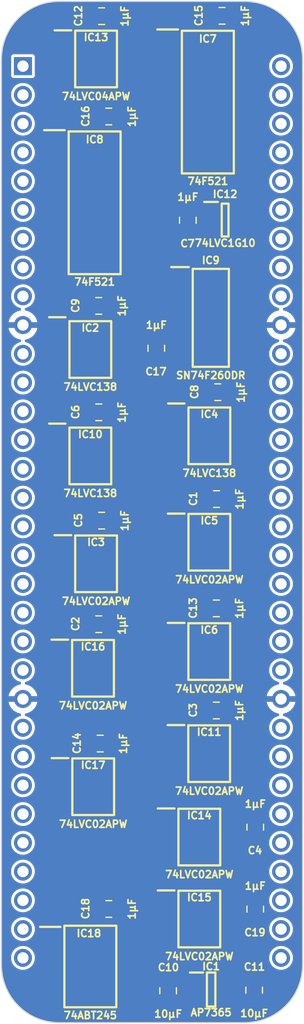
<source format=kicad_pcb>
(kicad_pcb (version 20221018) (generator pcbnew)
  (layers (0 "F.Cu" signal) (31 "B.Cu" signal) (36 "B.SilkS" user "B.Silkscreen") (37 "F.SilkS" user "F.Silkscreen") (38 "B.Mask" user) (39 "F.Mask" user) (44 "Edge.Cuts" user))
  (net 0 "")
  (net 1 "/5V")
  (net 2 "/GND")
  (net 3 "/3.3V")
  (net 6 "/A0")
  (net 7 "/A1")
  (net 8 "/A2")
  (net 9 "/A3")
  (net 10 "/~{A4}")
  (net 11 "/Y7")
  (net 12 "/Y6")
  (net 13 "/Y5")
  (net 14 "/Y4")
  (net 15 "/Y3")
  (net 16 "/Y2")
  (net 17 "/Y1")
  (net 18 "/Y0")
  (net 19 "/~{WD}")
  (net 20 "/~{Y0+W}")
  (net 21 "/~{Y1+W}")
  (net 22 "/~{Y2+W}")
  (net 23 "/~{Y3+W}")
  (net 24 "/~{A3}")
  (net 25 "/Y15")
  (net 26 "/Y14")
  (net 27 "/Y13")
  (net 28 "/Y12")
  (net 29 "/Y11")
  (net 30 "/Y10")
  (net 31 "/Y9")
  (net 32 "/Y8")
  (net 33 "/~{Y4+W}")
  (net 34 "/~{Y5+W}")
  (net 35 "/~{Y6+W}")
  (net 36 "/~{Y7+W}")
  (net 37 "/~{Y8+W}")
  (net 38 "/~{Y9+W}")
  (net 39 "/~{Y10+W}")
  (net 40 "/~{Y11+W}")
  (net 41 "/A9")
  (net 42 "/A10")
  (net 43 "/A11")
  (net 44 "/A12")
  (net 45 "/A13")
  (net 46 "/A14")
  (net 47 "/A15")
  (net 48 "/A16")
  (net 49 "/~{A10...+...A14}")
  (net 51 "/A4")
  (net 52 "/Y23")
  (net 53 "/Y22")
  (net 54 "/Y21")
  (net 55 "/Y20")
  (net 56 "/Y19")
  (net 57 "/Y18")
  (net 58 "/Y17")
  (net 59 "/Y16")
  (net 60 "/~{Y12+W}")
  (net 61 "/~{Y13+W}")
  (net 62 "/~{Y14+W}")
  (net 63 "/~{Y15+W}")
  (net 64 "/~{A15}")
  (net 65 "/~{A16}")
  (net 67 "/~{Y16+W}")
  (net 68 "/~{Y17+W}")
  (net 69 "/~{Y18+W}")
  (net 70 "/~{Y19+W}")
  (net 71 "/~{Y20+W}")
  (net 72 "/~{Y21+W}")
  (net 73 "/~{Y22+W}")
  (net 74 "/~{Y23+W}")
  (net 75 "/~{RD}")
  (net 76 "/~{Y0+R}")
  (net 77 "/~{Y1+R}")
  (net 78 "/~{Y2+R}")
  (net 79 "/~{Y3+R}")
  (net 80 "/~{Y4+R}")
  (net 81 "/~{Y5+R}")
  (net 82 "/~{Y6+R}")
  (net 83 "/~{Y7+R}")
  (net 84 "/H0")
  (net 85 "/H1")
  (net 86 "/H2")
  (net 87 "/~{Device Registers}")
  (net 88 "/~{Device ROM}")
  (net 89 "/~{Device RAM}")
  (net 90 "/~{WD}_{IN}")
  (net 91 "/~{RD}_{IN}")
  (net 92 "/~{Device RAM}_{ OUT}")
  (net 93 "/~{Device Registers}_{ OUT}")
  (net 94 "/~{Device ROM}_{ OUT}")
  (net 98 "/Device ROM")
  (footprint "SamacSys_Parts:C_0805" (layer "F.Cu") (at 106.045 115.316 90)
    (fp_text reference "C3" (at 0.027 -2.075 90) (layer "F.SilkS") (effects (font (size 0.635 0.635))))
    (fp_text value "1μF" (at 0 2.032 90) (layer "F.SilkS") (effects (font (size 0.635 0.635))))
    (pad "1" smd roundrect (at 0 0.934 180) (size 1 1.45) (layers "F.Cu" "F.Paste" "F.Mask") (net 3 "/3.3V"))
    (pad "2" smd roundrect (at 0 -0.966 180) (size 1 1.45) (layers "F.Cu" "F.Paste" "F.Mask") (net 2 "/GND"))
  )
  (footprint "SamacSys_Parts:C_0805" (layer "F.Cu") (at 101.757 140.081)
    (fp_text reference "C10" (at 0.027 -2.075 180) (layer "F.SilkS") (effects (font (size 0.635 0.635))))
    (fp_text value "10µF" (at 0 2.032) (layer "F.SilkS") (effects (font (size 0.635 0.635))))
    (pad "1" smd roundrect (at 0 0.934 90) (size 1 1.45) (layers "F.Cu" "F.Paste" "F.Mask") (net 1 "/5V"))
    (pad "2" smd roundrect (at 0 -0.966 90) (size 1 1.45) (layers "F.Cu" "F.Paste" "F.Mask") (net 2 "/GND"))
  )
  (footprint "SamacSys_Parts:C_0805" (layer "F.Cu") (at 95.758 118.237 90)
    (fp_text reference "C14" (at 0.027 -2.075 90) (layer "F.SilkS") (effects (font (size 0.635 0.635))))
    (fp_text value "1μF" (at 0 2.032 90) (layer "F.SilkS") (effects (font (size 0.635 0.635))))
    (pad "1" smd roundrect (at 0 0.934 180) (size 1 1.45) (layers "F.Cu" "F.Paste" "F.Mask") (net 3 "/3.3V"))
    (pad "2" smd roundrect (at 0 -0.966 180) (size 1 1.45) (layers "F.Cu" "F.Paste" "F.Mask") (net 2 "/GND"))
  )
  (footprint "SamacSys_Parts:SOT95P285X130-5N" (layer "F.Cu") (at 105.567 139.954)
    (fp_text reference "IC1" (at 0 -2.032) (layer "F.SilkS") (effects (font (size 0.635 0.635))))
    (fp_text value "AP7365-33WG-7" hide)
    (fp_text user "${Silkscreen}" (at 0 2.032) (layer "F.SilkS") (effects (font (size 0.635 0.635))))
    (pad "1" smd rect (at -1.3 -0.95 90) (size 0.6 1.15) (layers "F.Cu" "F.Paste" "F.Mask") (net 1 "/5V"))
    (pad "2" smd rect (at -1.3 0 90) (size 0.6 1.15) (layers "F.Cu" "F.Paste" "F.Mask") (net 2 "/GND"))
    (pad "3" smd rect (at -1.3 0.95 90) (size 0.6 1.15) (layers "F.Cu" "F.Paste" "F.Mask") (net 1 "/5V"))
    (pad "4" smd rect (at 1.3 0.95 90) (size 0.6 1.15) (layers "F.Cu" "F.Paste" "F.Mask"))
    (pad "5" smd rect (at 1.3 -0.95 90) (size 0.6 1.15) (layers "F.Cu" "F.Paste" "F.Mask") (net 3 "/3.3V"))
  )
  (footprint "SamacSys_Parts:SOP65P640X110-14N" (layer "F.Cu") (at 95.123 122.047)
    (fp_text reference "IC17" (at 0 -1.905) (layer "F.SilkS") (effects (font (size 0.635 0.635))))
    (fp_text value "74LVC02APW,118" hide)
    (fp_text user "${Silkscreen}" (at 0 3.302) (layer "F.SilkS") (effects (font (size 0.635 0.635))))
    (pad "1" smd rect (at -2.938 -1.95 90) (size 0.45 1.475) (layers "F.Cu" "F.Paste" "F.Mask") (net 14 "/Y4"))
    (pad "2" smd rect (at -2.938 -1.3 90) (size 0.45 1.475) (layers "F.Cu" "F.Paste" "F.Mask") (net 75 "/~{RD}"))
    (pad "3" smd rect (at -2.938 -0.65 90) (size 0.45 1.475) (layers "F.Cu" "F.Paste" "F.Mask") (net 80 "/~{Y4+R}"))
    (pad "4" smd rect (at -2.938 0 90) (size 0.45 1.475) (layers "F.Cu" "F.Paste" "F.Mask") (net 13 "/Y5"))
    (pad "5" smd rect (at -2.938 0.65 90) (size 0.45 1.475) (layers "F.Cu" "F.Paste" "F.Mask") (net 75 "/~{RD}"))
    (pad "6" smd rect (at -2.938 1.3 90) (size 0.45 1.475) (layers "F.Cu" "F.Paste" "F.Mask") (net 81 "/~{Y5+R}"))
    (pad "7" smd rect (at -2.938 1.95 90) (size 0.45 1.475) (layers "F.Cu" "F.Paste" "F.Mask") (net 2 "/GND"))
    (pad "8" smd rect (at 2.938 1.95 90) (size 0.45 1.475) (layers "F.Cu" "F.Paste" "F.Mask") (net 82 "/~{Y6+R}"))
    (pad "9" smd rect (at 2.938 1.3 90) (size 0.45 1.475) (layers "F.Cu" "F.Paste" "F.Mask") (net 12 "/Y6"))
    (pad "10" smd rect (at 2.938 0.65 90) (size 0.45 1.475) (layers "F.Cu" "F.Paste" "F.Mask") (net 75 "/~{RD}"))
    (pad "11" smd rect (at 2.938 0 90) (size 0.45 1.475) (layers "F.Cu" "F.Paste" "F.Mask") (net 83 "/~{Y7+R}"))
    (pad "12" smd rect (at 2.938 -0.65 90) (size 0.45 1.475) (layers "F.Cu" "F.Paste" "F.Mask") (net 11 "/Y7"))
    (pad "13" smd rect (at 2.938 -1.3 90) (size 0.45 1.475) (layers "F.Cu" "F.Paste" "F.Mask") (net 75 "/~{RD}"))
    (pad "14" smd rect (at 2.938 -1.95 90) (size 0.45 1.475) (layers "F.Cu" "F.Paste" "F.Mask") (net 3 "/3.3V"))
  )
  (footprint "SamacSys_Parts:SOP65P640X110-14N" (layer "F.Cu") (at 95.106 111.588)
    (fp_text reference "IC16" (at 0 -1.905) (layer "F.SilkS") (effects (font (size 0.635 0.635))))
    (fp_text value "74LVC02APW,118" hide)
    (fp_text user "${Silkscreen}" (at 0 3.302) (layer "F.SilkS") (effects (font (size 0.635 0.635))))
    (pad "1" smd rect (at -2.938 -1.95 90) (size 0.45 1.475) (layers "F.Cu" "F.Paste" "F.Mask") (net 18 "/Y0"))
    (pad "2" smd rect (at -2.938 -1.3 90) (size 0.45 1.475) (layers "F.Cu" "F.Paste" "F.Mask") (net 75 "/~{RD}"))
    (pad "3" smd rect (at -2.938 -0.65 90) (size 0.45 1.475) (layers "F.Cu" "F.Paste" "F.Mask") (net 76 "/~{Y0+R}"))
    (pad "4" smd rect (at -2.938 0 90) (size 0.45 1.475) (layers "F.Cu" "F.Paste" "F.Mask") (net 17 "/Y1"))
    (pad "5" smd rect (at -2.938 0.65 90) (size 0.45 1.475) (layers "F.Cu" "F.Paste" "F.Mask") (net 75 "/~{RD}"))
    (pad "6" smd rect (at -2.938 1.3 90) (size 0.45 1.475) (layers "F.Cu" "F.Paste" "F.Mask") (net 77 "/~{Y1+R}"))
    (pad "7" smd rect (at -2.938 1.95 90) (size 0.45 1.475) (layers "F.Cu" "F.Paste" "F.Mask") (net 2 "/GND"))
    (pad "8" smd rect (at 2.938 1.95 90) (size 0.45 1.475) (layers "F.Cu" "F.Paste" "F.Mask") (net 78 "/~{Y2+R}"))
    (pad "9" smd rect (at 2.938 1.3 90) (size 0.45 1.475) (layers "F.Cu" "F.Paste" "F.Mask") (net 16 "/Y2"))
    (pad "10" smd rect (at 2.938 0.65 90) (size 0.45 1.475) (layers "F.Cu" "F.Paste" "F.Mask") (net 75 "/~{RD}"))
    (pad "11" smd rect (at 2.938 0 90) (size 0.45 1.475) (layers "F.Cu" "F.Paste" "F.Mask") (net 79 "/~{Y3+R}"))
    (pad "12" smd rect (at 2.938 -0.65 90) (size 0.45 1.475) (layers "F.Cu" "F.Paste" "F.Mask") (net 15 "/Y3"))
    (pad "13" smd rect (at 2.938 -1.3 90) (size 0.45 1.475) (layers "F.Cu" "F.Paste" "F.Mask") (net 75 "/~{RD}"))
    (pad "14" smd rect (at 2.938 -1.95 90) (size 0.45 1.475) (layers "F.Cu" "F.Paste" "F.Mask") (net 3 "/3.3V"))
  )
  (footprint "SamacSys_Parts:DIP-64_Board_W22.86mm" (layer "F.Cu") (at 88.9 58.42)
    (fp_text reference "J1" hide)
    (fp_text value "Conn_02x32_Counter_Clockwise")
    (pad "1" thru_hole rect (at 0 0) (size 1.6 1.6) (drill 1) (layers "*.Cu" "*.Mask") (net 48 "/A16"))
    (pad "2" thru_hole oval (at 0 2.54) (size 1.6 1.6) (drill 1) (layers "*.Cu" "*.Mask") (net 47 "/A15"))
    (pad "3" thru_hole oval (at 0 5.08) (size 1.6 1.6) (drill 1) (layers "*.Cu" "*.Mask") (net 1 "/5V"))
    (pad "4" thru_hole oval (at 0 7.62) (size 1.6 1.6) (drill 1) (layers "*.Cu" "*.Mask") (net 46 "/A14"))
    (pad "5" thru_hole oval (at 0 10.16) (size 1.6 1.6) (drill 1) (layers "*.Cu" "*.Mask") (net 45 "/A13"))
    (pad "6" thru_hole oval (at 0 12.7) (size 1.6 1.6) (drill 1) (layers "*.Cu" "*.Mask") (net 44 "/A12"))
    (pad "7" thru_hole oval (at 0 15.24) (size 1.6 1.6) (drill 1) (layers "*.Cu" "*.Mask") (net 43 "/A11"))
    (pad "8" thru_hole oval (at 0 17.78) (size 1.6 1.6) (drill 1) (layers "*.Cu" "*.Mask") (net 42 "/A10"))
    (pad "9" thru_hole oval (at 0 20.32) (size 1.6 1.6) (drill 1) (layers "*.Cu" "*.Mask") (net 41 "/A9"))
    (pad "10" thru_hole oval (at 0 22.86) (size 1.6 1.6) (drill 1) (layers "*.Cu" "*.Mask") (net 2 "/GND"))
    (pad "11" thru_hole oval (at 0 25.4) (size 1.6 1.6) (drill 1) (layers "*.Cu" "*.Mask") (net 51 "/A4"))
    (pad "12" thru_hole oval (at 0 27.94) (size 1.6 1.6) (drill 1) (layers "*.Cu" "*.Mask") (net 9 "/A3"))
    (pad "13" thru_hole oval (at 0 30.48) (size 1.6 1.6) (drill 1) (layers "*.Cu" "*.Mask") (net 8 "/A2"))
    (pad "14" thru_hole oval (at 0 33.02) (size 1.6 1.6) (drill 1) (layers "*.Cu" "*.Mask") (net 7 "/A1"))
    (pad "15" thru_hole oval (at 0 35.56) (size 1.6 1.6) (drill 1) (layers "*.Cu" "*.Mask") (net 6 "/A0"))
    (pad "16" thru_hole oval (at 0 38.1) (size 1.6 1.6) (drill 1) (layers "*.Cu" "*.Mask"))
    (pad "17" thru_hole oval (at 0 40.64) (size 1.6 1.6) (drill 1) (layers "*.Cu" "*.Mask"))
    (pad "18" thru_hole oval (at 0 43.18) (size 1.6 1.6) (drill 1) (layers "*.Cu" "*.Mask"))
    (pad "19" thru_hole oval (at 0 45.72) (size 1.6 1.6) (drill 1) (layers "*.Cu" "*.Mask"))
    (pad "20" thru_hole oval (at 0 48.26) (size 1.6 1.6) (drill 1) (layers "*.Cu" "*.Mask"))
    (pad "21" thru_hole oval (at 0 50.8) (size 1.6 1.6) (drill 1) (layers "*.Cu" "*.Mask") (net 91 "/~{RD}_{IN}"))
    (pad "22" thru_hole oval (at 0 53.34) (size 1.6 1.6) (drill 1) (layers "*.Cu" "*.Mask") (net 90 "/~{WD}_{IN}"))
    (pad "23" thru_hole oval (at 0 55.88) (size 1.6 1.6) (drill 1) (layers "*.Cu" "*.Mask") (net 2 "/GND"))
    (pad "24" thru_hole oval (at 0 58.42) (size 1.6 1.6) (drill 1) (layers "*.Cu" "*.Mask") (net 76 "/~{Y0+R}"))
    (pad "25" thru_hole oval (at 0 60.96) (size 1.6 1.6) (drill 1) (layers "*.Cu" "*.Mask") (net 77 "/~{Y1+R}"))
    (pad "26" thru_hole oval (at 0 63.5) (size 1.6 1.6) (drill 1) (layers "*.Cu" "*.Mask") (net 78 "/~{Y2+R}"))
    (pad "27" thru_hole oval (at 0 66.04) (size 1.6 1.6) (drill 1) (layers "*.Cu" "*.Mask") (net 79 "/~{Y3+R}"))
    (pad "28" thru_hole oval (at 0 68.58) (size 1.6 1.6) (drill 1) (layers "*.Cu" "*.Mask") (net 80 "/~{Y4+R}"))
    (pad "29" thru_hole oval (at 0 71.12) (size 1.6 1.6) (drill 1) (layers "*.Cu" "*.Mask") (net 81 "/~{Y5+R}"))
    (pad "30" thru_hole oval (at 0 73.66) (size 1.6 1.6) (drill 1) (layers "*.Cu" "*.Mask") (net 82 "/~{Y6+R}"))
    (pad "31" thru_hole oval (at 0 76.2) (size 1.6 1.6) (drill 1) (layers "*.Cu" "*.Mask") (net 83 "/~{Y7+R}"))
    (pad "32" thru_hole oval (at 0 78.74) (size 1.6 1.6) (drill 1) (layers "*.Cu" "*.Mask") (net 93 "/~{Device Registers}_{ OUT}"))
    (pad "33" thru_hole oval (at 22.86 78.74) (size 1.6 1.6) (drill 1) (layers "*.Cu" "*.Mask") (net 94 "/~{Device ROM}_{ OUT}"))
    (pad "34" thru_hole oval (at 22.86 76.2) (size 1.6 1.6) (drill 1) (layers "*.Cu" "*.Mask") (net 92 "/~{Device RAM}_{ OUT}"))
    (pad "35" thru_hole oval (at 22.86 73.66) (size 1.6 1.6) (drill 1) (layers "*.Cu" "*.Mask") (net 1 "/5V"))
    (pad "36" thru_hole oval (at 22.86 71.12) (size 1.6 1.6) (drill 1) (layers "*.Cu" "*.Mask") (net 84 "/H0"))
    (pad "37" thru_hole oval (at 22.86 68.58) (size 1.6 1.6) (drill 1) (layers "*.Cu" "*.Mask") (net 85 "/H1"))
    (pad "38" thru_hole oval (at 22.86 66.04) (size 1.6 1.6) (drill 1) (layers "*.Cu" "*.Mask") (net 86 "/H2"))
    (pad "39" thru_hole oval (at 22.86 63.5) (size 1.6 1.6) (drill 1) (layers "*.Cu" "*.Mask") (net 74 "/~{Y23+W}"))
    (pad "40" thru_hole oval (at 22.86 60.96) (size 1.6 1.6) (drill 1) (layers "*.Cu" "*.Mask") (net 73 "/~{Y22+W}"))
    (pad "41" thru_hole oval (at 22.86 58.42) (size 1.6 1.6) (drill 1) (layers "*.Cu" "*.Mask") (net 72 "/~{Y21+W}"))
    (pad "42" thru_hole oval (at 22.86 55.88) (size 1.6 1.6) (drill 1) (layers "*.Cu" "*.Mask") (net 2 "/GND"))
    (pad "43" thru_hole oval (at 22.86 53.34) (size 1.6 1.6) (drill 1) (layers "*.Cu" "*.Mask") (net 71 "/~{Y20+W}"))
    (pad "44" thru_hole oval (at 22.86 50.8) (size 1.6 1.6) (drill 1) (layers "*.Cu" "*.Mask") (net 70 "/~{Y19+W}"))
    (pad "45" thru_hole oval (at 22.86 48.26) (size 1.6 1.6) (drill 1) (layers "*.Cu" "*.Mask") (net 69 "/~{Y18+W}"))
    (pad "46" thru_hole oval (at 22.86 45.72) (size 1.6 1.6) (drill 1) (layers "*.Cu" "*.Mask") (net 68 "/~{Y17+W}"))
    (pad "47" thru_hole oval (at 22.86 43.18) (size 1.6 1.6) (drill 1) (layers "*.Cu" "*.Mask") (net 67 "/~{Y16+W}"))
    (pad "48" thru_hole oval (at 22.86 40.64) (size 1.6 1.6) (drill 1) (layers "*.Cu" "*.Mask") (net 63 "/~{Y15+W}"))
    (pad "49" thru_hole oval (at 22.86 38.1) (size 1.6 1.6) (drill 1) (layers "*.Cu" "*.Mask") (net 62 "/~{Y14+W}"))
    (pad "50" thru_hole oval (at 22.86 35.56) (size 1.6 1.6) (drill 1) (layers "*.Cu" "*.Mask") (net 61 "/~{Y13+W}"))
    (pad "51" thru_hole oval (at 22.86 33.02) (size 1.6 1.6) (drill 1) (layers "*.Cu" "*.Mask") (net 60 "/~{Y12+W}"))
    (pad "52" thru_hole oval (at 22.86 30.48) (size 1.6 1.6) (drill 1) (layers "*.Cu" "*.Mask") (net 40 "/~{Y11+W}"))
    (pad "53" thru_hole oval (at 22.86 27.94) (size 1.6 1.6) (drill 1) (layers "*.Cu" "*.Mask") (net 39 "/~{Y10+W}"))
    (pad "54" thru_hole oval (at 22.86 25.4) (size 1.6 1.6) (drill 1) (layers "*.Cu" "*.Mask") (net 38 "/~{Y9+W}"))
    (pad "55" thru_hole oval (at 22.86 22.86) (size 1.6 1.6) (drill 1) (layers "*.Cu" "*.Mask") (net 2 "/GND"))
    (pad "56" thru_hole oval (at 22.86 20.32) (size 1.6 1.6) (drill 1) (layers "*.Cu" "*.Mask") (net 37 "/~{Y8+W}"))
    (pad "57" thru_hole oval (at 22.86 17.78) (size 1.6 1.6) (drill 1) (layers "*.Cu" "*.Mask") (net 36 "/~{Y7+W}"))
    (pad "58" thru_hole oval (at 22.86 15.24) (size 1.6 1.6) (drill 1) (layers "*.Cu" "*.Mask") (net 35 "/~{Y6+W}"))
    (pad "59" thru_hole oval (at 22.86 12.7) (size 1.6 1.6) (drill 1) (layers "*.Cu" "*.Mask") (net 34 "/~{Y5+W}"))
    (pad "60" thru_hole oval (at 22.86 10.16) (size 1.6 1.6) (drill 1) (layers "*.Cu" "*.Mask") (net 33 "/~{Y4+W}"))
    (pad "61" thru_hole oval (at 22.86 7.62) (size 1.6 1.6) (drill 1) (layers "*.Cu" "*.Mask") (net 23 "/~{Y3+W}"))
    (pad "62" thru_hole oval (at 22.86 5.08) (size 1.6 1.6) (drill 1) (layers "*.Cu" "*.Mask") (net 22 "/~{Y2+W}"))
    (pad "63" thru_hole oval (at 22.86 2.54) (size 1.6 1.6) (drill 1) (layers "*.Cu" "*.Mask") (net 21 "/~{Y1+W}"))
    (pad "64" thru_hole oval (at 22.86 0) (size 1.6 1.6) (drill 1) (layers "*.Cu" "*.Mask") (net 20 "/~{Y0+W}"))
  )
  (footprint "SamacSys_Parts:SOP65P640X110-14N" (layer "F.Cu") (at 105.393 119.126)
    (fp_text reference "IC11" (at 0 -1.905) (layer "F.SilkS") (effects (font (size 0.635 0.635))))
    (fp_text value "74LVC02APW,118" hide)
    (fp_text user "${Silkscreen}" (at 0 3.302) (layer "F.SilkS") (effects (font (size 0.635 0.635))))
    (pad "1" smd rect (at -2.938 -1.95 90) (size 0.45 1.475) (layers "F.Cu" "F.Paste" "F.Mask") (net 28 "/Y12"))
    (pad "2" smd rect (at -2.938 -1.3 90) (size 0.45 1.475) (layers "F.Cu" "F.Paste" "F.Mask") (net 19 "/~{WD}"))
    (pad "3" smd rect (at -2.938 -0.65 90) (size 0.45 1.475) (layers "F.Cu" "F.Paste" "F.Mask") (net 60 "/~{Y12+W}"))
    (pad "4" smd rect (at -2.938 0 90) (size 0.45 1.475) (layers "F.Cu" "F.Paste" "F.Mask") (net 27 "/Y13"))
    (pad "5" smd rect (at -2.938 0.65 90) (size 0.45 1.475) (layers "F.Cu" "F.Paste" "F.Mask") (net 19 "/~{WD}"))
    (pad "6" smd rect (at -2.938 1.3 90) (size 0.45 1.475) (layers "F.Cu" "F.Paste" "F.Mask") (net 61 "/~{Y13+W}"))
    (pad "7" smd rect (at -2.938 1.95 90) (size 0.45 1.475) (layers "F.Cu" "F.Paste" "F.Mask") (net 2 "/GND"))
    (pad "8" smd rect (at 2.938 1.95 90) (size 0.45 1.475) (layers "F.Cu" "F.Paste" "F.Mask") (net 62 "/~{Y14+W}"))
    (pad "9" smd rect (at 2.938 1.3 90) (size 0.45 1.475) (layers "F.Cu" "F.Paste" "F.Mask") (net 26 "/Y14"))
    (pad "10" smd rect (at 2.938 0.65 90) (size 0.45 1.475) (layers "F.Cu" "F.Paste" "F.Mask") (net 19 "/~{WD}"))
    (pad "11" smd rect (at 2.938 0 90) (size 0.45 1.475) (layers "F.Cu" "F.Paste" "F.Mask") (net 63 "/~{Y15+W}"))
    (pad "12" smd rect (at 2.938 -0.65 90) (size 0.45 1.475) (layers "F.Cu" "F.Paste" "F.Mask") (net 25 "/Y15"))
    (pad "13" smd rect (at 2.938 -1.3 90) (size 0.45 1.475) (layers "F.Cu" "F.Paste" "F.Mask") (net 19 "/~{WD}"))
    (pad "14" smd rect (at 2.938 -1.95 90) (size 0.45 1.475) (layers "F.Cu" "F.Paste" "F.Mask") (net 3 "/3.3V"))
  )
  (footprint "SamacSys_Parts:C_0805" (layer "F.Cu") (at 96.52 132.842 90)
    (fp_text reference "C18" (at 0.027 -2.075 90) (layer "F.SilkS") (effects (font (size 0.635 0.635))))
    (fp_text value "1μF" (at 0 2.032 90) (layer "F.SilkS") (effects (font (size 0.635 0.635))))
    (pad "1" smd roundrect (at 0 0.934 180) (size 1 1.45) (layers "F.Cu" "F.Paste" "F.Mask") (net 1 "/5V"))
    (pad "2" smd roundrect (at 0 -0.966 180) (size 1 1.45) (layers "F.Cu" "F.Paste" "F.Mask") (net 2 "/GND"))
  )
  (footprint "SamacSys_Parts:SOP65P640X110-14N" (layer "F.Cu") (at 95.377 102.362)
    (fp_text reference "IC3" (at 0 -1.905) (layer "F.SilkS") (effects (font (size 0.635 0.635))))
    (fp_text value "74LVC02APW,118" hide)
    (fp_text user "${Silkscreen}" (at 0 3.302) (layer "F.SilkS") (effects (font (size 0.635 0.635))))
    (pad "1" smd rect (at -2.938 -1.95 90) (size 0.45 1.475) (layers "F.Cu" "F.Paste" "F.Mask") (net 18 "/Y0"))
    (pad "2" smd rect (at -2.938 -1.3 90) (size 0.45 1.475) (layers "F.Cu" "F.Paste" "F.Mask") (net 19 "/~{WD}"))
    (pad "3" smd rect (at -2.938 -0.65 90) (size 0.45 1.475) (layers "F.Cu" "F.Paste" "F.Mask") (net 20 "/~{Y0+W}"))
    (pad "4" smd rect (at -2.938 0 90) (size 0.45 1.475) (layers "F.Cu" "F.Paste" "F.Mask") (net 17 "/Y1"))
    (pad "5" smd rect (at -2.938 0.65 90) (size 0.45 1.475) (layers "F.Cu" "F.Paste" "F.Mask") (net 19 "/~{WD}"))
    (pad "6" smd rect (at -2.938 1.3 90) (size 0.45 1.475) (layers "F.Cu" "F.Paste" "F.Mask") (net 21 "/~{Y1+W}"))
    (pad "7" smd rect (at -2.938 1.95 90) (size 0.45 1.475) (layers "F.Cu" "F.Paste" "F.Mask") (net 2 "/GND"))
    (pad "8" smd rect (at 2.938 1.95 90) (size 0.45 1.475) (layers "F.Cu" "F.Paste" "F.Mask") (net 22 "/~{Y2+W}"))
    (pad "9" smd rect (at 2.938 1.3 90) (size 0.45 1.475) (layers "F.Cu" "F.Paste" "F.Mask") (net 16 "/Y2"))
    (pad "10" smd rect (at 2.938 0.65 90) (size 0.45 1.475) (layers "F.Cu" "F.Paste" "F.Mask") (net 19 "/~{WD}"))
    (pad "11" smd rect (at 2.938 0 90) (size 0.45 1.475) (layers "F.Cu" "F.Paste" "F.Mask") (net 23 "/~{Y3+W}"))
    (pad "12" smd rect (at 2.938 -0.65 90) (size 0.45 1.475) (layers "F.Cu" "F.Paste" "F.Mask") (net 15 "/Y3"))
    (pad "13" smd rect (at 2.938 -1.3 90) (size 0.45 1.475) (layers "F.Cu" "F.Paste" "F.Mask") (net 19 "/~{WD}"))
    (pad "14" smd rect (at 2.938 -1.95 90) (size 0.45 1.475) (layers "F.Cu" "F.Paste" "F.Mask") (net 3 "/3.3V"))
  )
  (footprint "SamacSys_Parts:C_0805" (layer "F.Cu") (at 95.631 88.986 90)
    (fp_text reference "C6" (at 0.027 -2.075 90) (layer "F.SilkS") (effects (font (size 0.635 0.635))))
    (fp_text value "1μF" (at 0 2.032 90) (layer "F.SilkS") (effects (font (size 0.635 0.635))))
    (pad "1" smd roundrect (at 0 0.934 180) (size 1 1.45) (layers "F.Cu" "F.Paste" "F.Mask") (net 3 "/3.3V"))
    (pad "2" smd roundrect (at 0 -0.966 180) (size 1 1.45) (layers "F.Cu" "F.Paste" "F.Mask") (net 2 "/GND"))
  )
  (footprint "SamacSys_Parts:SOT95P280X145-6N" (layer "F.Cu") (at 106.807 72.009)
    (fp_text reference "IC12" (at 0 -2.286) (layer "F.SilkS") (effects (font (size 0.635 0.635))))
    (fp_text value "SN74LVC1G10DBVR" hide)
    (fp_text user "${Silkscreen}" (at 0 2.032) (layer "F.SilkS") (effects (font (size 0.635 0.635))))
    (pad "1" smd rect (at -1.25 -0.95 90) (size 0.6 1.2) (layers "F.Cu" "F.Paste" "F.Mask") (net 64 "/~{A15}"))
    (pad "2" smd rect (at -1.25 0 90) (size 0.6 1.2) (layers "F.Cu" "F.Paste" "F.Mask") (net 2 "/GND"))
    (pad "3" smd rect (at -1.25 0.95 90) (size 0.6 1.2) (layers "F.Cu" "F.Paste" "F.Mask") (net 65 "/~{A16}"))
    (pad "4" smd rect (at 1.25 0.95 90) (size 0.6 1.2) (layers "F.Cu" "F.Paste" "F.Mask") (net 89 "/~{Device RAM}"))
    (pad "5" smd rect (at 1.25 0 90) (size 0.6 1.2) (layers "F.Cu" "F.Paste" "F.Mask") (net 3 "/3.3V"))
    (pad "6" smd rect (at 1.25 -0.95 90) (size 0.6 1.2) (layers "F.Cu" "F.Paste" "F.Mask") (net 49 "/~{A10...+...A14}"))
  )
  (footprint "SamacSys_Parts:SOP65P640X110-14N" (layer "F.Cu") (at 104.521 133.731)
    (fp_text reference "IC15" (at 0 -1.905) (layer "F.SilkS") (effects (font (size 0.635 0.635))))
    (fp_text value "74LVC02APW,118" hide)
    (fp_text user "${Silkscreen}" (at 0 3.302) (layer "F.SilkS") (effects (font (size 0.635 0.635))))
    (pad "1" smd rect (at -2.938 -1.95 90) (size 0.45 1.475) (layers "F.Cu" "F.Paste" "F.Mask") (net 55 "/Y20"))
    (pad "2" smd rect (at -2.938 -1.3 90) (size 0.45 1.475) (layers "F.Cu" "F.Paste" "F.Mask") (net 19 "/~{WD}"))
    (pad "3" smd rect (at -2.938 -0.65 90) (size 0.45 1.475) (layers "F.Cu" "F.Paste" "F.Mask") (net 71 "/~{Y20+W}"))
    (pad "4" smd rect (at -2.938 0 90) (size 0.45 1.475) (layers "F.Cu" "F.Paste" "F.Mask") (net 54 "/Y21"))
    (pad "5" smd rect (at -2.938 0.65 90) (size 0.45 1.475) (layers "F.Cu" "F.Paste" "F.Mask") (net 19 "/~{WD}"))
    (pad "6" smd rect (at -2.938 1.3 90) (size 0.45 1.475) (layers "F.Cu" "F.Paste" "F.Mask") (net 72 "/~{Y21+W}"))
    (pad "7" smd rect (at -2.938 1.95 90) (size 0.45 1.475) (layers "F.Cu" "F.Paste" "F.Mask") (net 2 "/GND"))
    (pad "8" smd rect (at 2.938 1.95 90) (size 0.45 1.475) (layers "F.Cu" "F.Paste" "F.Mask") (net 73 "/~{Y22+W}"))
    (pad "9" smd rect (at 2.938 1.3 90) (size 0.45 1.475) (layers "F.Cu" "F.Paste" "F.Mask") (net 53 "/Y22"))
    (pad "10" smd rect (at 2.938 0.65 90) (size 0.45 1.475) (layers "F.Cu" "F.Paste" "F.Mask") (net 19 "/~{WD}"))
    (pad "11" smd rect (at 2.938 0 90) (size 0.45 1.475) (layers "F.Cu" "F.Paste" "F.Mask") (net 74 "/~{Y23+W}"))
    (pad "12" smd rect (at 2.938 -0.65 90) (size 0.45 1.475) (layers "F.Cu" "F.Paste" "F.Mask") (net 52 "/Y23"))
    (pad "13" smd rect (at 2.938 -1.3 90) (size 0.45 1.475) (layers "F.Cu" "F.Paste" "F.Mask") (net 19 "/~{WD}"))
    (pad "14" smd rect (at 2.938 -1.95 90) (size 0.45 1.475) (layers "F.Cu" "F.Paste" "F.Mask") (net 3 "/3.3V"))
  )
  (footprint "SamacSys_Parts:SOP65P640X110-16N" (layer "F.Cu") (at 94.869 83.439)
    (fp_text reference "IC2" (at 0 -1.905) (layer "F.SilkS") (effects (font (size 0.635 0.635))))
    (fp_text value "74LVC138APW-Q100J" hide)
    (fp_text user "${Silkscreen}" (at 0 3.302) (layer "F.SilkS") (effects (font (size 0.635 0.635))))
    (pad "1" smd rect (at -2.925 -2.275 90) (size 0.45 1.45) (layers "F.Cu" "F.Paste" "F.Mask") (net 6 "/A0"))
    (pad "2" smd rect (at -2.925 -1.625 90) (size 0.45 1.45) (layers "F.Cu" "F.Paste" "F.Mask") (net 7 "/A1"))
    (pad "3" smd rect (at -2.925 -0.975 90) (size 0.45 1.45) (layers "F.Cu" "F.Paste" "F.Mask") (net 8 "/A2"))
    (pad "4" smd rect (at -2.925 -0.325 90) (size 0.45 1.45) (layers "F.Cu" "F.Paste" "F.Mask") (net 87 "/~{Device Registers}"))
    (pad "5" smd rect (at -2.925 0.325 90) (size 0.45 1.45) (layers "F.Cu" "F.Paste" "F.Mask") (net 9 "/A3"))
    (pad "6" smd rect (at -2.925 0.975 90) (size 0.45 1.45) (layers "F.Cu" "F.Paste" "F.Mask") (net 10 "/~{A4}"))
    (pad "7" smd rect (at -2.925 1.625 90) (size 0.45 1.45) (layers "F.Cu" "F.Paste" "F.Mask") (net 11 "/Y7"))
    (pad "8" smd rect (at -2.925 2.275 90) (size 0.45 1.45) (layers "F.Cu" "F.Paste" "F.Mask") (net 2 "/GND"))
    (pad "9" smd rect (at 2.925 2.275 90) (size 0.45 1.45) (layers "F.Cu" "F.Paste" "F.Mask") (net 12 "/Y6"))
    (pad "10" smd rect (at 2.925 1.625 90) (size 0.45 1.45) (layers "F.Cu" "F.Paste" "F.Mask") (net 13 "/Y5"))
    (pad "11" smd rect (at 2.925 0.975 90) (size 0.45 1.45) (layers "F.Cu" "F.Paste" "F.Mask") (net 14 "/Y4"))
    (pad "12" smd rect (at 2.925 0.325 90) (size 0.45 1.45) (layers "F.Cu" "F.Paste" "F.Mask") (net 15 "/Y3"))
    (pad "13" smd rect (at 2.925 -0.325 90) (size 0.45 1.45) (layers "F.Cu" "F.Paste" "F.Mask") (net 16 "/Y2"))
    (pad "14" smd rect (at 2.925 -0.975 90) (size 0.45 1.45) (layers "F.Cu" "F.Paste" "F.Mask") (net 17 "/Y1"))
    (pad "15" smd rect (at 2.925 -1.625 90) (size 0.45 1.45) (layers "F.Cu" "F.Paste" "F.Mask") (net 18 "/Y0"))
    (pad "16" smd rect (at 2.925 -2.275 90) (size 0.45 1.45) (layers "F.Cu" "F.Paste" "F.Mask") (net 3 "/3.3V"))
  )
  (footprint "SamacSys_Parts:C_0805" (layer "F.Cu") (at 95.885 98.552 90)
    (fp_text reference "C5" (at 0.027 -2.075 90) (layer "F.SilkS") (effects (font (size 0.635 0.635))))
    (fp_text value "1μF" (at 0 2.032 90) (layer "F.SilkS") (effects (font (size 0.635 0.635))))
    (pad "1" smd roundrect (at 0 0.934 180) (size 1 1.45) (layers "F.Cu" "F.Paste" "F.Mask") (net 3 "/3.3V"))
    (pad "2" smd roundrect (at 0 -0.966 180) (size 1 1.45) (layers "F.Cu" "F.Paste" "F.Mask") (net 2 "/GND"))
  )
  (footprint "SamacSys_Parts:C_0805" (layer "F.Cu") (at 95.631 107.696 90)
    (fp_text reference "C2" (at 0.027 -2.075 90) (layer "F.SilkS") (effects (font (size 0.635 0.635))))
    (fp_text value "1μF" (at 0 2.032 90) (layer "F.SilkS") (effects (font (size 0.635 0.635))))
    (pad "1" smd roundrect (at 0 0.934 180) (size 1 1.45) (layers "F.Cu" "F.Paste" "F.Mask") (net 3 "/3.3V"))
    (pad "2" smd roundrect (at 0 -0.966 180) (size 1 1.45) (layers "F.Cu" "F.Paste" "F.Mask") (net 2 "/GND"))
  )
  (footprint "SamacSys_Parts:C_0805" (layer "F.Cu") (at 100.711 83.312 180)
    (fp_text reference "C17" (at 0.027 -2.075) (layer "F.SilkS") (effects (font (size 0.635 0.635))))
    (fp_text value "1μF" (at 0 2.032) (layer "F.SilkS") (effects (font (size 0.635 0.635))))
    (pad "1" smd roundrect (at 0 0.934 270) (size 1 1.45) (layers "F.Cu" "F.Paste" "F.Mask") (net 1 "/5V"))
    (pad "2" smd roundrect (at 0 -0.966 270) (size 1 1.45) (layers "F.Cu" "F.Paste" "F.Mask") (net 2 "/GND"))
  )
  (footprint "SamacSys_Parts:SOP65P640X110-16N" (layer "F.Cu") (at 105.41 91.059)
    (fp_text reference "IC4" (at 0 -1.905) (layer "F.SilkS") (effects (font (size 0.635 0.635))))
    (fp_text value "74LVC138APW-Q100J" hide)
    (fp_text user "${Silkscreen}" (at 0 3.302) (layer "F.SilkS") (effects (font (size 0.635 0.635))))
    (pad "1" smd rect (at -2.925 -2.275 90) (size 0.45 1.45) (layers "F.Cu" "F.Paste" "F.Mask") (net 6 "/A0"))
    (pad "2" smd rect (at -2.925 -1.625 90) (size 0.45 1.45) (layers "F.Cu" "F.Paste" "F.Mask") (net 7 "/A1"))
    (pad "3" smd rect (at -2.925 -0.975 90) (size 0.45 1.45) (layers "F.Cu" "F.Paste" "F.Mask") (net 8 "/A2"))
    (pad "4" smd rect (at -2.925 -0.325 90) (size 0.45 1.45) (layers "F.Cu" "F.Paste" "F.Mask") (net 87 "/~{Device Registers}"))
    (pad "5" smd rect (at -2.925 0.325 90) (size 0.45 1.45) (layers "F.Cu" "F.Paste" "F.Mask") (net 24 "/~{A3}"))
    (pad "6" smd rect (at -2.925 0.975 90) (size 0.45 1.45) (layers "F.Cu" "F.Paste" "F.Mask") (net 10 "/~{A4}"))
    (pad "7" smd rect (at -2.925 1.625 90) (size 0.45 1.45) (layers "F.Cu" "F.Paste" "F.Mask") (net 25 "/Y15"))
    (pad "8" smd rect (at -2.925 2.275 90) (size 0.45 1.45) (layers "F.Cu" "F.Paste" "F.Mask") (net 2 "/GND"))
    (pad "9" smd rect (at 2.925 2.275 90) (size 0.45 1.45) (layers "F.Cu" "F.Paste" "F.Mask") (net 26 "/Y14"))
    (pad "10" smd rect (at 2.925 1.625 90) (size 0.45 1.45) (layers "F.Cu" "F.Paste" "F.Mask") (net 27 "/Y13"))
    (pad "11" smd rect (at 2.925 0.975 90) (size 0.45 1.45) (layers "F.Cu" "F.Paste" "F.Mask") (net 28 "/Y12"))
    (pad "12" smd rect (at 2.925 0.325 90) (size 0.45 1.45) (layers "F.Cu" "F.Paste" "F.Mask") (net 29 "/Y11"))
    (pad "13" smd rect (at 2.925 -0.325 90) (size 0.45 1.45) (layers "F.Cu" "F.Paste" "F.Mask") (net 30 "/Y10"))
    (pad "14" smd rect (at 2.925 -0.975 90) (size 0.45 1.45) (layers "F.Cu" "F.Paste" "F.Mask") (net 31 "/Y9"))
    (pad "15" smd rect (at 2.925 -1.625 90) (size 0.45 1.45) (layers "F.Cu" "F.Paste" "F.Mask") (net 32 "/Y8"))
    (pad "16" smd rect (at 2.925 -2.275 90) (size 0.45 1.45) (layers "F.Cu" "F.Paste" "F.Mask") (net 3 "/3.3V"))
  )
  (footprint "NetTie:NetTie-2_SMD_Pad0.5mm" (layer "F.Cu") (at 92.837 129.334)
    (fp_text reference "NT1" hide)
    (fp_text value "NetTie_2" hide)
    (fp_poly (pts (xy -0.5 -0.25) (xy 0.5 -0.25) (xy 0.5 0.25) (xy -0.5 0.25)) (fill solid) (layer "F.Cu"))
    (pad "1" smd circle (at -0.5 0) (size 0.5 0.5) (layers "F.Cu") (net 3 "/3.3V"))
    (pad "2" smd circle (at 0.5 0) (size 0.5 0.5) (layers "F.Cu") (net 84 "/H0"))
  )
  (footprint "SamacSys_Parts:SOIC127P600X175-14N" (layer "F.Cu") (at 105.537 80.645)
    (fp_text reference "IC9" (at 0 -5.08) (layer "F.SilkS") (effects (font (size 0.635 0.635))))
    (fp_text value "SN74F260DR" (at 0 5.08) (layer "F.SilkS") (effects (font (size 0.635 0.635))))
    (pad "1" smd rect (at -2.725 -3.81 90) (size 0.65 1.55) (layers "F.Cu" "F.Paste" "F.Mask") (net 42 "/A10"))
    (pad "2" smd rect (at -2.725 -2.54 90) (size 0.65 1.55) (layers "F.Cu" "F.Paste" "F.Mask") (net 43 "/A11"))
    (pad "3" smd rect (at -2.725 -1.27 90) (size 0.65 1.55) (layers "F.Cu" "F.Paste" "F.Mask") (net 44 "/A12"))
    (pad "4" smd rect (at -2.725 0 90) (size 0.65 1.55) (layers "F.Cu" "F.Paste" "F.Mask") (net 2 "/GND"))
    (pad "5" smd rect (at -2.725 1.27 90) (size 0.65 1.55) (layers "F.Cu" "F.Paste" "F.Mask") (net 49 "/~{A10...+...A14}"))
    (pad "6" smd rect (at -2.725 2.54 90) (size 0.65 1.55) (layers "F.Cu" "F.Paste" "F.Mask"))
    (pad "7" smd rect (at -2.725 3.81 90) (size 0.65 1.55) (layers "F.Cu" "F.Paste" "F.Mask") (net 2 "/GND"))
    (pad "8" smd rect (at 2.725 3.81 90) (size 0.65 1.55) (layers "F.Cu" "F.Paste" "F.Mask") (net 2 "/GND"))
    (pad "9" smd rect (at 2.725 2.54 90) (size 0.65 1.55) (layers "F.Cu" "F.Paste" "F.Mask") (net 2 "/GND"))
    (pad "10" smd rect (at 2.725 1.27 90) (size 0.65 1.55) (layers "F.Cu" "F.Paste" "F.Mask") (net 2 "/GND"))
    (pad "11" smd rect (at 2.725 0 90) (size 0.65 1.55) (layers "F.Cu" "F.Paste" "F.Mask") (net 2 "/GND"))
    (pad "12" smd rect (at 2.725 -1.27 90) (size 0.65 1.55) (layers "F.Cu" "F.Paste" "F.Mask") (net 45 "/A13"))
    (pad "13" smd rect (at 2.725 -2.54 90) (size 0.65 1.55) (layers "F.Cu" "F.Paste" "F.Mask") (net 46 "/A14"))
    (pad "14" smd rect (at 2.725 -3.81 90) (size 0.65 1.55) (layers "F.Cu" "F.Paste" "F.Mask") (net 1 "/5V"))
  )
  (footprint "SamacSys_Parts:C_0805" (layer "F.Cu") (at 109.377 140.031)
    (fp_text reference "C11" (at 0.027 -2.075 180) (layer "F.SilkS") (effects (font (size 0.635 0.635))))
    (fp_text value "10µF" (at 0 2.032) (layer "F.SilkS") (effects (font (size 0.635 0.635))))
    (pad "1" smd roundrect (at 0 0.934 90) (size 1 1.45) (layers "F.Cu" "F.Paste" "F.Mask") (net 3 "/3.3V"))
    (pad "2" smd roundrect (at 0 -0.966 90) (size 1 1.45) (layers "F.Cu" "F.Paste" "F.Mask") (net 2 "/GND"))
  )
  (footprint "SamacSys_Parts:C_0805" (layer "F.Cu") (at 106.045 106.299 90)
    (fp_text reference "C13" (at 0.027 -2.075 90) (layer "F.SilkS") (effects (font (size 0.635 0.635))))
    (fp_text value "1μF" (at 0 2.032 90) (layer "F.SilkS") (effects (font (size 0.635 0.635))))
    (pad "1" smd roundrect (at 0 0.934 180) (size 1 1.45) (layers "F.Cu" "F.Paste" "F.Mask") (net 3 "/3.3V"))
    (pad "2" smd roundrect (at 0 -0.966 180) (size 1 1.45) (layers "F.Cu" "F.Paste" "F.Mask") (net 2 "/GND"))
  )
  (footprint "SamacSys_Parts:SOIC127P780X200-20N" (layer "F.Cu") (at 95.25 70.485)
    (fp_text reference "IC8" (at 0 -5.588) (layer "F.SilkS") (effects (font (size 0.635 0.635))))
    (fp_text value "SN74F521NSR" hide)
    (fp_text user "${Silkscreen}" (at 0 6.985) (layer "F.SilkS") (effects (font (size 0.635 0.635))))
    (pad "1" smd rect (at -3.562 -5.715 90) (size 0.65 1.55) (layers "F.Cu" "F.Paste" "F.Mask") (net 2 "/GND"))
    (pad "2" smd rect (at -3.562 -4.445 90) (size 0.65 1.55) (layers "F.Cu" "F.Paste" "F.Mask") (net 2 "/GND"))
    (pad "3" smd rect (at -3.562 -3.175 90) (size 0.65 1.55) (layers "F.Cu" "F.Paste" "F.Mask") (net 41 "/A9"))
    (pad "4" smd rect (at -3.562 -1.905 90) (size 0.65 1.55) (layers "F.Cu" "F.Paste" "F.Mask") (net 2 "/GND"))
    (pad "5" smd rect (at -3.562 -0.635 90) (size 0.65 1.55) (layers "F.Cu" "F.Paste" "F.Mask") (net 42 "/A10"))
    (pad "6" smd rect (at -3.562 0.635 90) (size 0.65 1.55) (layers "F.Cu" "F.Paste" "F.Mask") (net 2 "/GND"))
    (pad "7" smd rect (at -3.562 1.905 90) (size 0.65 1.55) (layers "F.Cu" "F.Paste" "F.Mask") (net 43 "/A11"))
    (pad "8" smd rect (at -3.562 3.175 90) (size 0.65 1.55) (layers "F.Cu" "F.Paste" "F.Mask") (net 2 "/GND"))
    (pad "9" smd rect (at -3.562 4.445 90) (size 0.65 1.55) (layers "F.Cu" "F.Paste" "F.Mask") (net 44 "/A12"))
    (pad "10" smd rect (at -3.562 5.715 90) (size 0.65 1.55) (layers "F.Cu" "F.Paste" "F.Mask") (net 2 "/GND"))
    (pad "11" smd rect (at 3.562 5.715 90) (size 0.65 1.55) (layers "F.Cu" "F.Paste" "F.Mask") (net 2 "/GND"))
    (pad "12" smd rect (at 3.562 4.445 90) (size 0.65 1.55) (layers "F.Cu" "F.Paste" "F.Mask") (net 45 "/A13"))
    (pad "13" smd rect (at 3.562 3.175 90) (size 0.65 1.55) (layers "F.Cu" "F.Paste" "F.Mask") (net 2 "/GND"))
    (pad "14" smd rect (at 3.562 1.905 90) (size 0.65 1.55) (layers "F.Cu" "F.Paste" "F.Mask") (net 46 "/A14"))
    (pad "15" smd rect (at 3.562 0.635 90) (size 0.65 1.55) (layers "F.Cu" "F.Paste" "F.Mask") (net 2 "/GND"))
    (pad "16" smd rect (at 3.562 -0.635 90) (size 0.65 1.55) (layers "F.Cu" "F.Paste" "F.Mask") (net 47 "/A15"))
    (pad "17" smd rect (at 3.562 -1.905 90) (size 0.65 1.55) (layers "F.Cu" "F.Paste" "F.Mask") (net 2 "/GND"))
    (pad "18" smd rect (at 3.562 -3.175 90) (size 0.65 1.55) (layers "F.Cu" "F.Paste" "F.Mask") (net 48 "/A16"))
    (pad "19" smd rect (at 3.562 -4.445 90) (size 0.65 1.55) (layers "F.Cu" "F.Paste" "F.Mask") (net 88 "/~{Device ROM}"))
    (pad "20" smd rect (at 3.562 -5.715 90) (size 0.65 1.55) (layers "F.Cu" "F.Paste" "F.Mask") (net 1 "/5V"))
  )
  (footprint "SamacSys_Parts:SOP65P640X110-14N" (layer "F.Cu") (at 95.377 57.785)
    (fp_text reference "IC13" (at 0 -1.905) (layer "F.SilkS") (effects (font (size 0.635 0.635))))
    (fp_text value "74LVC04APW,118" hide)
    (fp_text user "${Silkscreen}" (at 0 3.302) (layer "F.SilkS") (effects (font (size 0.635 0.635))))
    (pad "1" smd rect (at -2.938 -1.95 90) (size 0.45 1.475) (layers "F.Cu" "F.Paste" "F.Mask") (net 9 "/A3"))
    (pad "2" smd rect (at -2.938 -1.3 90) (size 0.45 1.475) (layers "F.Cu" "F.Paste" "F.Mask") (net 24 "/~{A3}"))
    (pad "3" smd rect (at -2.938 -0.65 90) (size 0.45 1.475) (layers "F.Cu" "F.Paste" "F.Mask") (net 51 "/A4"))
    (pad "4" smd rect (at -2.938 0 90) (size 0.45 1.475) (layers "F.Cu" "F.Paste" "F.Mask") (net 10 "/~{A4}"))
    (pad "5" smd rect (at -2.938 0.65 90) (size 0.45 1.475) (layers "F.Cu" "F.Paste" "F.Mask") (net 2 "/GND"))
    (pad "6" smd rect (at -2.938 1.3 90) (size 0.45 1.475) (layers "F.Cu" "F.Paste" "F.Mask"))
    (pad "7" smd rect (at -2.938 1.95 90) (size 0.45 1.475) (layers "F.Cu" "F.Paste" "F.Mask") (net 2 "/GND"))
    (pad "8" smd rect (at 2.938 1.95 90) (size 0.45 1.475) (layers "F.Cu" "F.Paste" "F.Mask") (net 98 "/Device ROM"))
    (pad "9" smd rect (at 2.938 1.3 90) (size 0.45 1.475) (layers "F.Cu" "F.Paste" "F.Mask") (net 88 "/~{Device ROM}"))
    (pad "10" smd rect (at 2.938 0.65 90) (size 0.45 1.475) (layers "F.Cu" "F.Paste" "F.Mask") (net 64 "/~{A15}"))
    (pad "11" smd rect (at 2.938 0 90) (size 0.45 1.475) (layers "F.Cu" "F.Paste" "F.Mask") (net 47 "/A15"))
    (pad "12" smd rect (at 2.938 -0.65 90) (size 0.45 1.475) (layers "F.Cu" "F.Paste" "F.Mask") (net 65 "/~{A16}"))
    (pad "13" smd rect (at 2.938 -1.3 90) (size 0.45 1.475) (layers "F.Cu" "F.Paste" "F.Mask") (net 48 "/A16"))
    (pad "14" smd rect (at 2.938 -1.95 90) (size 0.45 1.475) (layers "F.Cu" "F.Paste" "F.Mask") (net 3 "/3.3V"))
  )
  (footprint "SamacSys_Parts:SOP65P640X110-14N" (layer "F.Cu") (at 105.403 110.109)
    (fp_text reference "IC6" (at 0 -1.905) (layer "F.SilkS") (effects (font (size 0.635 0.635))))
    (fp_text value "74LVC02APW,118" hide)
    (fp_text user "${Silkscreen}" (at 0 3.302) (layer "F.SilkS") (effects (font (size 0.635 0.635))))
    (pad "1" smd rect (at -2.938 -1.95 90) (size 0.45 1.475) (layers "F.Cu" "F.Paste" "F.Mask") (net 32 "/Y8"))
    (pad "2" smd rect (at -2.938 -1.3 90) (size 0.45 1.475) (layers "F.Cu" "F.Paste" "F.Mask") (net 19 "/~{WD}"))
    (pad "3" smd rect (at -2.938 -0.65 90) (size 0.45 1.475) (layers "F.Cu" "F.Paste" "F.Mask") (net 37 "/~{Y8+W}"))
    (pad "4" smd rect (at -2.938 0 90) (size 0.45 1.475) (layers "F.Cu" "F.Paste" "F.Mask") (net 31 "/Y9"))
    (pad "5" smd rect (at -2.938 0.65 90) (size 0.45 1.475) (layers "F.Cu" "F.Paste" "F.Mask") (net 19 "/~{WD}"))
    (pad "6" smd rect (at -2.938 1.3 90) (size 0.45 1.475) (layers "F.Cu" "F.Paste" "F.Mask") (net 38 "/~{Y9+W}"))
    (pad "7" smd rect (at -2.938 1.95 90) (size 0.45 1.475) (layers "F.Cu" "F.Paste" "F.Mask") (net 2 "/GND"))
    (pad "8" smd rect (at 2.938 1.95 90) (size 0.45 1.475) (layers "F.Cu" "F.Paste" "F.Mask") (net 39 "/~{Y10+W}"))
    (pad "9" smd rect (at 2.938 1.3 90) (size 0.45 1.475) (layers "F.Cu" "F.Paste" "F.Mask") (net 30 "/Y10"))
    (pad "10" smd rect (at 2.938 0.65 90) (size 0.45 1.475) (layers "F.Cu" "F.Paste" "F.Mask") (net 19 "/~{WD}"))
    (pad "11" smd rect (at 2.938 0 90) (size 0.45 1.475) (layers "F.Cu" "F.Paste" "F.Mask") (net 40 "/~{Y11+W}"))
    (pad "12" smd rect (at 2.938 -0.65 90) (size 0.45 1.475) (layers "F.Cu" "F.Paste" "F.Mask") (net 29 "/Y11"))
    (pad "13" smd rect (at 2.938 -1.3 90) (size 0.45 1.475) (layers "F.Cu" "F.Paste" "F.Mask") (net 19 "/~{WD}"))
    (pad "14" smd rect (at 2.938 -1.95 90) (size 0.45 1.475) (layers "F.Cu" "F.Paste" "F.Mask") (net 3 "/3.3V"))
  )
  (footprint "SamacSys_Parts:C_0805" (layer "F.Cu") (at 109.474 125.603 180)
    (fp_text reference "C4" (at 0.027 -2.075) (layer "F.SilkS") (effects (font (size 0.635 0.635))))
    (fp_text value "1μF" (at 0 2.032) (layer "F.SilkS") (effects (font (size 0.635 0.635))))
    (pad "1" smd roundrect (at 0 0.934 270) (size 1 1.45) (layers "F.Cu" "F.Paste" "F.Mask") (net 3 "/3.3V"))
    (pad "2" smd roundrect (at 0 -0.966 270) (size 1 1.45) (layers "F.Cu" "F.Paste" "F.Mask") (net 2 "/GND"))
  )
  (footprint "SamacSys_Parts:C_0805" (layer "F.Cu") (at 96.52 62.865 90)
    (fp_text reference "C16" (at 0.027 -2.075 90) (layer "F.SilkS") (effects (font (size 0.635 0.635))))
    (fp_text value "1μF" (at 0 2.032 90) (layer "F.SilkS") (effects (font (size 0.635 0.635))))
    (pad "1" smd roundrect (at 0 0.934 180) (size 1 1.45) (layers "F.Cu" "F.Paste" "F.Mask") (net 1 "/5V"))
    (pad "2" smd roundrect (at 0 -0.966 180) (size 1 1.45) (layers "F.Cu" "F.Paste" "F.Mask") (net 2 "/GND"))
  )
  (footprint "SamacSys_Parts:C_0805" (layer "F.Cu") (at 106.547 53.975 90)
    (fp_text reference "C15" (at 0.027 -2.075 90) (layer "F.SilkS") (effects (font (size 0.635 0.635))))
    (fp_text value "1μF" (at 0 2.032 90) (layer "F.SilkS") (effects (font (size 0.635 0.635))))
    (pad "1" smd roundrect (at 0 0.934 180) (size 1 1.45) (layers "F.Cu" "F.Paste" "F.Mask") (net 1 "/5V"))
    (pad "2" smd roundrect (at 0 -0.966 180) (size 1 1.45) (layers "F.Cu" "F.Paste" "F.Mask") (net 2 "/GND"))
  )
  (footprint "SamacSys_Parts:SOP65P640X110-16N" (layer "F.Cu") (at 94.869 92.837)
    (fp_text reference "IC10" (at 0 -1.905) (layer "F.SilkS") (effects (font (size 0.635 0.635))))
    (fp_text value "74LVC138APW-Q100J" hide)
    (fp_text user "${Silkscreen}" (at 0 3.302) (layer "F.SilkS") (effects (font (size 0.635 0.635))))
    (pad "1" smd rect (at -2.925 -2.275 90) (size 0.45 1.45) (layers "F.Cu" "F.Paste" "F.Mask") (net 6 "/A0"))
    (pad "2" smd rect (at -2.925 -1.625 90) (size 0.45 1.45) (layers "F.Cu" "F.Paste" "F.Mask") (net 7 "/A1"))
    (pad "3" smd rect (at -2.925 -0.975 90) (size 0.45 1.45) (layers "F.Cu" "F.Paste" "F.Mask") (net 8 "/A2"))
    (pad "4" smd rect (at -2.925 -0.325 90) (size 0.45 1.45) (layers "F.Cu" "F.Paste" "F.Mask") (net 87 "/~{Device Registers}"))
    (pad "5" smd rect (at -2.925 0.325 90) (size 0.45 1.45) (layers "F.Cu" "F.Paste" "F.Mask") (net 9 "/A3"))
    (pad "6" smd rect (at -2.925 0.975 90) (size 0.45 1.45) (layers "F.Cu" "F.Paste" "F.Mask") (net 51 "/A4"))
    (pad "7" smd rect (at -2.925 1.625 90) (size 0.45 1.45) (layers "F.Cu" "F.Paste" "F.Mask") (net 52 "/Y23"))
    (pad "8" smd rect (at -2.925 2.275 90) (size 0.45 1.45) (layers "F.Cu" "F.Paste" "F.Mask") (net 2 "/GND"))
    (pad "9" smd rect (at 2.925 2.275 90) (size 0.45 1.45) (layers "F.Cu" "F.Paste" "F.Mask") (net 53 "/Y22"))
    (pad "10" smd rect (at 2.925 1.625 90) (size 0.45 1.45) (layers "F.Cu" "F.Paste" "F.Mask") (net 54 "/Y21"))
    (pad "11" smd rect (at 2.925 0.975 90) (size 0.45 1.45) (layers "F.Cu" "F.Paste" "F.Mask") (net 55 "/Y20"))
    (pad "12" smd rect (at 2.925 0.325 90) (size 0.45 1.45) (layers "F.Cu" "F.Paste" "F.Mask") (net 56 "/Y19"))
    (pad "13" smd rect (at 2.925 -0.325 90) (size 0.45 1.45) (layers "F.Cu" "F.Paste" "F.Mask") (net 57 "/Y18"))
    (pad "14" smd rect (at 2.925 -0.975 90) (size 0.45 1.45) (layers "F.Cu" "F.Paste" "F.Mask") (net 58 "/Y17"))
    (pad "15" smd rect (at 2.925 -1.625 90) (size 0.45 1.45) (layers "F.Cu" "F.Paste" "F.Mask") (net 59 "/Y16"))
    (pad "16" smd rect (at 2.925 -2.275 90) (size 0.45 1.45) (layers "F.Cu" "F.Paste" "F.Mask") (net 3 "/3.3V"))
  )
  (footprint "SamacSys_Parts:C_0805" (layer "F.Cu") (at 103.505 72.009 180)
    (fp_text reference "C7" (at 0.027 -2.075) (layer "F.SilkS") (effects (font (size 0.635 0.635))))
    (fp_text value "1μF" (at 0 2.032) (layer "F.SilkS") (effects (font (size 0.635 0.635))))
    (pad "1" smd roundrect (at 0 0.934 270) (size 1 1.45) (layers "F.Cu" "F.Paste" "F.Mask") (net 3 "/3.3V"))
    (pad "2" smd roundrect (at 0 -0.966 270) (size 1 1.45) (layers "F.Cu" "F.Paste" "F.Mask") (net 2 "/GND"))
  )
  (footprint "SamacSys_Parts:C_0805" (layer "F.Cu") (at 95.885 54.005 90)
    (fp_text reference "C12" (at 0.027 -2.075 90) (layer "F.SilkS") (effects (font (size 0.635 0.635))))
    (fp_text value "1μF" (at 0 2.032 90) (layer "F.SilkS") (effects (font (size 0.635 0.635))))
    (pad "1" smd roundrect (at 0 0.934 180) (size 1 1.45) (layers "F.Cu" "F.Paste" "F.Mask") (net 3 "/3.3V"))
    (pad "2" smd roundrect (at 0 -0.966 180) (size 1 1.45) (layers "F.Cu" "F.Paste" "F.Mask") (net 2 "/GND"))
  )
  (footprint "NetTie:NetTie-2_SMD_Pad0.5mm" (layer "F.Cu") (at 92.837 132.334)
    (fp_text reference "NT3" hide)
    (fp_text value "NetTie_2" hide)
    (fp_poly (pts (xy -0.5 -0.25) (xy 0.5 -0.25) (xy 0.5 0.25) (xy -0.5 0.25)) (fill solid) (layer "F.Cu"))
    (pad "1" smd circle (at -0.5 0) (size 0.5 0.5) (layers "F.Cu") (net 2 "/GND"))
    (pad "2" smd circle (at 0.5 0) (size 0.5 0.5) (layers "F.Cu") (net 86 "/H2"))
  )
  (footprint "SamacSys_Parts:C_0805" (layer "F.Cu") (at 106.172 87.208 90)
    (fp_text reference "C8" (at 0.027 -2.075 90) (layer "F.SilkS") (effects (font (size 0.635 0.635))))
    (fp_text value "1μF" (at 0 2.032 90) (layer "F.SilkS") (effects (font (size 0.635 0.635))))
    (pad "1" smd roundrect (at 0 0.934 180) (size 1 1.45) (layers "F.Cu" "F.Paste" "F.Mask") (net 3 "/3.3V"))
    (pad "2" smd roundrect (at 0 -0.966 180) (size 1 1.45) (layers "F.Cu" "F.Paste" "F.Mask") (net 2 "/GND"))
  )
  (footprint "SamacSys_Parts:SOIC127P780X200-20N" (layer "F.Cu") (at 105.277 61.595)
    (fp_text reference "IC7" (at 0 -5.588) (layer "F.SilkS") (effects (font (size 0.635 0.635))))
    (fp_text value "SN74F521NSR" hide)
    (fp_text user "${Silkscreen}" (at 0 6.985) (layer "F.SilkS") (effects (font (size 0.635 0.635))))
    (pad "1" smd rect (at -3.562 -5.715 90) (size 0.65 1.55) (layers "F.Cu" "F.Paste" "F.Mask") (net 2 "/GND"))
    (pad "2" smd rect (at -3.562 -4.445 90) (size 0.65 1.55) (layers "F.Cu" "F.Paste" "F.Mask") (net 3 "/3.3V"))
    (pad "3" smd rect (at -3.562 -3.175 90) (size 0.65 1.55) (layers "F.Cu" "F.Paste" "F.Mask") (net 41 "/A9"))
    (pad "4" smd rect (at -3.562 -1.905 90) (size 0.65 1.55) (layers "F.Cu" "F.Paste" "F.Mask") (net 2 "/GND"))
    (pad "5" smd rect (at -3.562 -0.635 90) (size 0.65 1.55) (layers "F.Cu" "F.Paste" "F.Mask") (net 42 "/A10"))
    (pad "6" smd rect (at -3.562 0.635 90) (size 0.65 1.55) (layers "F.Cu" "F.Paste" "F.Mask") (net 2 "/GND"))
    (pad "7" smd rect (at -3.562 1.905 90) (size 0.65 1.55) (layers "F.Cu" "F.Paste" "F.Mask") (net 43 "/A11"))
    (pad "8" smd rect (at -3.562 3.175 90) (size 0.65 1.55) (layers "F.Cu" "F.Paste" "F.Mask") (net 2 "/GND"))
    (pad "9" smd rect (at -3.562 4.445 90) (size 0.65 1.55) (layers "F.Cu" "F.Paste" "F.Mask") (net 44 "/A12"))
    (pad "10" smd rect (at -3.562 5.715 90) (size 0.65 1.55) (layers "F.Cu" "F.Paste" "F.Mask") (net 2 "/GND"))
    (pad "11" smd rect (at 3.562 5.715 90) (size 0.65 1.55) (layers "F.Cu" "F.Paste" "F.Mask") (net 2 "/GND"))
    (pad "12" smd rect (at 3.562 4.445 90) (size 0.65 1.55) (layers "F.Cu" "F.Paste" "F.Mask") (net 45 "/A13"))
    (pad "13" smd rect (at 3.562 3.175 90) (size 0.65 1.55) (layers "F.Cu" "F.Paste" "F.Mask") (net 2 "/GND"))
    (pad "14" smd rect (at 3.562 1.905 90) (size 0.65 1.55) (layers "F.Cu" "F.Paste" "F.Mask") (net 46 "/A14"))
    (pad "15" smd rect (at 3.562 0.635 90) (size 0.65 1.55) (layers "F.Cu" "F.Paste" "F.Mask") (net 2 "/GND"))
    (pad "16" smd rect (at 3.562 -0.635 90) (size 0.65 1.55) (layers "F.Cu" "F.Paste" "F.Mask") (net 47 "/A15"))
    (pad "17" smd rect (at 3.562 -1.905 90) (size 0.65 1.55) (layers "F.Cu" "F.Paste" "F.Mask") (net 2 "/GND"))
    (pad "18" smd rect (at 3.562 -3.175 90) (size 0.65 1.55) (layers "F.Cu" "F.Paste" "F.Mask") (net 48 "/A16"))
    (pad "19" smd rect (at 3.562 -4.445 90) (size 0.65 1.55) (layers "F.Cu" "F.Paste" "F.Mask") (net 87 "/~{Device Registers}"))
    (pad "20" smd rect (at 3.562 -5.715 90) (size 0.65 1.55) (layers "F.Cu" "F.Paste" "F.Mask") (net 1 "/5V"))
  )
  (footprint "SamacSys_Parts:C_0805" (layer "F.Cu") (at 109.474 132.842 180)
    (fp_text reference "C19" (at 0.027 -2.075) (layer "F.SilkS") (effects (font (size 0.635 0.635))))
    (fp_text value "1μF" (at 0 2.032) (layer "F.SilkS") (effects (font (size 0.635 0.635))))
    (pad "1" smd roundrect (at 0 0.934 270) (size 1 1.45) (layers "F.Cu" "F.Paste" "F.Mask") (net 3 "/3.3V"))
    (pad "2" smd roundrect (at 0 -0.966 270) (size 1 1.45) (layers "F.Cu" "F.Paste" "F.Mask") (net 2 "/GND"))
  )
  (footprint "SamacSys_Parts:SOP65P780X200-20N" (layer "F.Cu") (at 94.869 137.922)
    (fp_text reference "IC18" (at -0.127 -2.921) (layer "F.SilkS") (effects (font (size 0.635 0.635))))
    (fp_text value "SN74ABT245BDBR" hide)
    (fp_text user "${Silkscreen}" (at 0 4.318) (layer "F.SilkS") (effects (font (size 0.635 0.635))))
    (pad "1" smd rect (at -3.55 -2.925 90) (size 0.45 1.8) (layers "F.Cu" "F.Paste" "F.Mask") (net 3 "/3.3V"))
    (pad "2" smd rect (at -3.55 -2.275 90) (size 0.45 1.8) (layers "F.Cu" "F.Paste" "F.Mask") (net 90 "/~{WD}_{IN}"))
    (pad "3" smd rect (at -3.55 -1.625 90) (size 0.45 1.8) (layers "F.Cu" "F.Paste" "F.Mask") (net 91 "/~{RD}_{IN}"))
    (pad "4" smd rect (at -3.55 -0.975 90) (size 0.45 1.8) (layers "F.Cu" "F.Paste" "F.Mask") (net 2 "/GND"))
    (pad "5" smd rect (at -3.55 -0.325 90) (size 0.45 1.8) (layers "F.Cu" "F.Paste" "F.Mask") (net 2 "/GND"))
    (pad "6" smd rect (at -3.55 0.325 90) (size 0.45 1.8) (layers "F.Cu" "F.Paste" "F.Mask") (net 2 "/GND"))
    (pad "7" smd rect (at -3.55 0.975 90) (size 0.45 1.8) (layers "F.Cu" "F.Paste" "F.Mask") (net 88 "/~{Device ROM}"))
    (pad "8" smd rect (at -3.55 1.625 90) (size 0.45 1.8) (layers "F.Cu" "F.Paste" "F.Mask") (net 87 "/~{Device Registers}"))
    (pad "9" smd rect (at -3.55 2.275 90) (size 0.45 1.8) (layers "F.Cu" "F.Paste" "F.Mask") (net 89 "/~{Device RAM}"))
    (pad "10" smd rect (at -3.55 2.925 90) (size 0.45 1.8) (layers "F.Cu" "F.Paste" "F.Mask") (net 2 "/GND"))
    (pad "11" smd rect (at 3.55 2.925 90) (size 0.45 1.8) (layers "F.Cu" "F.Paste" "F.Mask") (net 92 "/~{Device RAM}_{ OUT}"))
    (pad "12" smd rect (at 3.55 2.275 90) (size 0.45 1.8) (layers "F.Cu" "F.Paste" "F.Mask") (net 93 "/~{Device Registers}_{ OUT}"))
    (pad "13" smd rect (at 3.55 1.625 90) (size 0.45 1.8) (layers "F.Cu" "F.Paste" "F.Mask") (net 94 "/~{Device ROM}_{ OUT}"))
    (pad "14" smd rect (at 3.55 0.975 90) (size 0.45 1.8) (layers "F.Cu" "F.Paste" "F.Mask"))
    (pad "15" smd rect (at 3.55 0.325 90) (size 0.45 1.8) (layers "F.Cu" "F.Paste" "F.Mask"))
    (pad "16" smd rect (at 3.55 -0.325 90) (size 0.45 1.8) (layers "F.Cu" "F.Paste" "F.Mask"))
    (pad "17" smd rect (at 3.55 -0.975 90) (size 0.45 1.8) (layers "F.Cu" "F.Paste" "F.Mask") (net 75 "/~{RD}"))
    (pad "18" smd rect (at 3.55 -1.625 90) (size 0.45 1.8) (layers "F.Cu" "F.Paste" "F.Mask") (net 19 "/~{WD}"))
    (pad "19" smd rect (at 3.55 -2.275 90) (size 0.45 1.8) (layers "F.Cu" "F.Paste" "F.Mask") (net 2 "/GND"))
    (pad "20" smd rect (at 3.55 -2.925 90) (size 0.45 1.8) (layers "F.Cu" "F.Paste" "F.Mask") (net 1 "/5V"))
  )
  (footprint "SamacSys_Parts:C_0805" (layer "F.Cu") (at 106.062 96.647 90)
    (fp_text reference "C1" (at 0.027 -2.075 90) (layer "F.SilkS") (effects (font (size 0.635 0.635))))
    (fp_text value "1μF" (at 0 2.032 90) (layer "F.SilkS") (effects (font (size 0.635 0.635))))
    (pad "1" smd roundrect (at 0 0.934 180) (size 1 1.45) (layers "F.Cu" "F.Paste" "F.Mask") (net 3 "/3.3V"))
    (pad "2" smd roundrect (at 0 -0.966 180) (size 1 1.45) (layers "F.Cu" "F.Paste" "F.Mask") (net 2 "/GND"))
  )
  (footprint "SamacSys_Parts:C_0805" (layer "F.Cu") (at 95.631 79.588 90)
    (fp_text reference "C9" (at 0.027 -2.075 90) (layer "F.SilkS") (effects (font (size 0.635 0.635))))
    (fp_text value "1μF" (at 0 2.032 90) (layer "F.SilkS") (effects (font (size 0.635 0.635))))
    (pad "1" smd roundrect (at 0 0.934 180) (size 1 1.45) (layers "F.Cu" "F.Paste" "F.Mask") (net 3 "/3.3V"))
    (pad "2" smd roundrect (at 0 -0.966 180) (size 1 1.45) (layers "F.Cu" "F.Paste" "F.Mask") (net 2 "/GND"))
  )
  (footprint "SamacSys_Parts:SOP65P640X110-14N" (layer "F.Cu") (at 105.41 100.457)
    (fp_text reference "IC5" (at 0 -1.905) (layer "F.SilkS") (effects (font (size 0.635 0.635))))
    (fp_text value "74LVC02APW,118" hide)
    (fp_text user "${Silkscreen}" (at 0 3.302) (layer "F.SilkS") (effects (font (size 0.635 0.635))))
    (pad "1" smd rect (at -2.938 -1.95 90) (size 0.45 1.475) (layers "F.Cu" "F.Paste" "F.Mask") (net 14 "/Y4"))
    (pad "2" smd rect (at -2.938 -1.3 90) (size 0.45 1.475) (layers "F.Cu" "F.Paste" "F.Mask") (net 19 "/~{WD}"))
    (pad "3" smd rect (at -2.938 -0.65 90) (size 0.45 1.475) (layers "F.Cu" "F.Paste" "F.Mask") (net 33 "/~{Y4+W}"))
    (pad "4" smd rect (at -2.938 0 90) (size 0.45 1.475) (layers "F.Cu" "F.Paste" "F.Mask") (net 13 "/Y5"))
    (pad "5" smd rect (at -2.938 0.65 90) (size 0.45 1.475) (layers "F.Cu" "F.Paste" "F.Mask") (net 19 "/~{WD}"))
    (pad "6" smd rect (at -2.938 1.3 90) (size 0.45 1.475) (layers "F.Cu" "F.Paste" "F.Mask") (net 34 "/~{Y5+W}"))
    (pad "7" smd rect (at -2.938 1.95 90) (size 0.45 1.475) (layers "F.Cu" "F.Paste" "F.Mask") (net 2 "/GND"))
    (pad "8" smd rect (at 2.938 1.95 90) (size 0.45 1.475) (layers "F.Cu" "F.Paste" "F.Mask") (net 35 "/~{Y6+W}"))
    (pad "9" smd rect (at 2.938 1.3 90) (size 0.45 1.475) (layers "F.Cu" "F.Paste" "F.Mask") (net 12 "/Y6"))
    (pad "10" smd rect (at 2.938 0.65 90) (size 0.45 1.475) (layers "F.Cu" "F.Paste" "F.Mask") (net 19 "/~{WD}"))
    (pad "11" smd rect (at 2.938 0 90) (size 0.45 1.475) (layers "F.Cu" "F.Paste" "F.Mask") (net 36 "/~{Y7+W}"))
    (pad "12" smd rect (at 2.938 -0.65 90) (size 0.45 1.475) (layers "F.Cu" "F.Paste" "F.Mask") (net 11 "/Y7"))
    (pad "13" smd rect (at 2.938 -1.3 90) (size 0.45 1.475) (layers "F.Cu" "F.Paste" "F.Mask") (net 19 "/~{WD}"))
    (pad "14" smd rect (at 2.938 -1.95 90) (size 0.45 1.475) (layers "F.Cu" "F.Paste" "F.Mask") (net 3 "/3.3V"))
  )
  (footprint "NetTie:NetTie-2_SMD_Pad0.5mm" (layer "F.Cu") (at 92.837 130.834)
    (fp_text reference "NT2" hide)
    (fp_text value "NetTie_2" hide)
    (fp_poly (pts (xy -0.5 -0.25) (xy 0.5 -0.25) (xy 0.5 0.25) (xy -0.5 0.25)) (fill solid) (layer "F.Cu"))
    (pad "1" smd circle (at -0.5 0) (size 0.5 0.5) (layers "F.Cu") (net 98 "/Device ROM"))
    (pad "2" smd circle (at 0.5 0) (size 0.5 0.5) (layers "F.Cu") (net 85 "/H1"))
  )
  (footprint "SamacSys_Parts:SOP65P640X110-14N" (layer "F.Cu") (at 104.521 126.492)
    (fp_text reference "IC14" (at 0 -1.905) (layer "F.SilkS") (effects (font (size 0.635 0.635))))
    (fp_text value "74LVC02APW,118" hide)
    (fp_text user "${Silkscreen}" (at 0 3.302) (layer "F.SilkS") (effects (font (size 0.635 0.635))))
    (pad "1" smd rect (at -2.938 -1.95 90) (size 0.45 1.475) (layers "F.Cu" "F.Paste" "F.Mask") (net 59 "/Y16"))
    (pad "2" smd rect (at -2.938 -1.3 90) (size 0.45 1.475) (layers "F.Cu" "F.Paste" "F.Mask") (net 19 "/~{WD}"))
    (pad "3" smd rect (at -2.938 -0.65 90) (size 0.45 1.475) (layers "F.Cu" "F.Paste" "F.Mask") (net 67 "/~{Y16+W}"))
    (pad "4" smd rect (at -2.938 0 90) (size 0.45 1.475) (layers "F.Cu" "F.Paste" "F.Mask") (net 58 "/Y17"))
    (pad "5" smd rect (at -2.938 0.65 90) (size 0.45 1.475) (layers "F.Cu" "F.Paste" "F.Mask") (net 19 "/~{WD}"))
    (pad "6" smd rect (at -2.938 1.3 90) (size 0.45 1.475) (layers "F.Cu" "F.Paste" "F.Mask") (net 68 "/~{Y17+W}"))
    (pad "7" smd rect (at -2.938 1.95 90) (size 0.45 1.475) (layers "F.Cu" "F.Paste" "F.Mask") (net 2 "/GND"))
    (pad "8" smd rect (at 2.938 1.95 90) (size 0.45 1.475) (layers "F.Cu" "F.Paste" "F.Mask") (net 69 "/~{Y18+W}"))
    (pad "9" smd rect (at 2.938 1.3 90) (size 0.45 1.475) (layers "F.Cu" "F.Paste" "F.Mask") (net 57 "/Y18"))
    (pad "10" smd rect (at 2.938 0.65 90) (size 0.45 1.475) (layers "F.Cu" "F.Paste" "F.Mask") (net 19 "/~{WD}"))
    (pad "11" smd rect (at 2.938 0 90) (size 0.45 1.475) (layers "F.Cu" "F.Paste" "F.Mask") (net 70 "/~{Y19+W}"))
    (pad "12" smd rect (at 2.938 -0.65 90) (size 0.45 1.475) (layers "F.Cu" "F.Paste" "F.Mask") (net 56 "/Y19"))
    (pad "13" smd rect (at 2.938 -1.3 90) (size 0.45 1.475) (layers "F.Cu" "F.Paste" "F.Mask") (net 19 "/~{WD}"))
    (pad "14" smd rect (at 2.938 -1.95 90) (size 0.45 1.475) (layers "F.Cu" "F.Paste" "F.Mask") (net 3 "/3.3V"))
  )
  (gr_arc (start 108.585 52.705) (mid 112.177102 54.192898) (end 113.665 57.785) (stroke (width 0.1)) (layer "Edge.Cuts"))
  (gr_arc (start 86.995 57.785) (mid 88.482898 54.192898) (end 92.075 52.705) (stroke (width 0.1)) (layer "Edge.Cuts"))
  (gr_line (start 113.665 137.795) (end 113.665 57.785) (stroke (width 0.1)) (layer "Edge.Cuts"))
  (gr_arc (start 92.075 142.875) (mid 88.482898 141.387102) (end 86.995 137.795) (stroke (width 0.1)) (layer "Edge.Cuts"))
  (gr_line (start 86.995 57.785) (end 86.995 137.795) (stroke (width 0.1)) (layer "Edge.Cuts"))
  (gr_arc (start 113.665 137.795) (mid 112.177102 141.387102) (end 108.585 142.875) (stroke (width 0.1)) (layer "Edge.Cuts"))
  (gr_line (start 108.585 142.875) (end 92.075 142.875) (stroke (width 0.1)) (layer "Edge.Cuts"))
  (gr_line (start 92.075 52.705) (end 108.585 52.705) (stroke (width 0.1)) (layer "Edge.Cuts"))
  (zone (net 2) (net_name "/GND") (layers "F&B.Cu") (connect_pads (clearance 0.25)) (min_thickness 0.25) (fill yes (thermal_gap 0.5) (thermal_bridge_width 0.5))
    (polygon (pts (xy 86.868 52.578) (xy 113.792 52.578) (xy 113.792 143.002) (xy 86.868 143.002)))
  )
)
</source>
